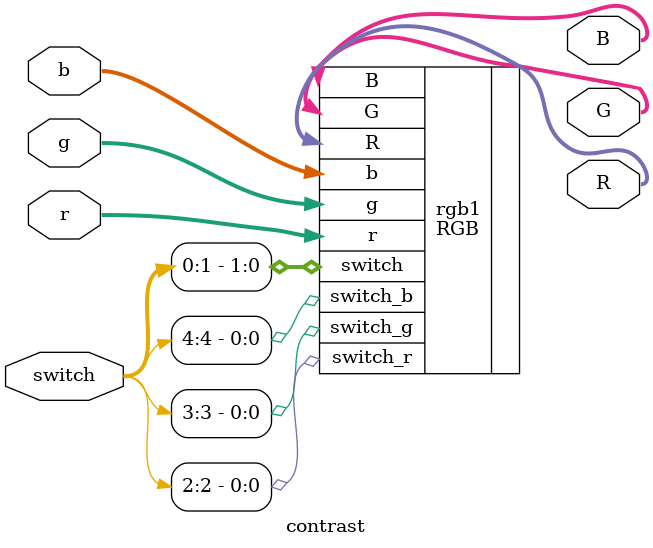
<source format=v>
`timescale 1ns / 1ps


module contrast(
    input wire [0:4]switch,
    input wire [0:3]r,
    input wire [0:3]g,
    input wire [0:3]b,
    output wire [0:3]R,
    output wire [0:3]G,
    output wire [0:3]B
    );
    RGB rgb1(.switch_r(switch[2]),.switch_g(switch[3]),.switch_b(switch[4]),.switch(switch[0:1]),.r(r),.g(g),.b(b),.R(R),.G(G),.B(B));
endmodule

</source>
